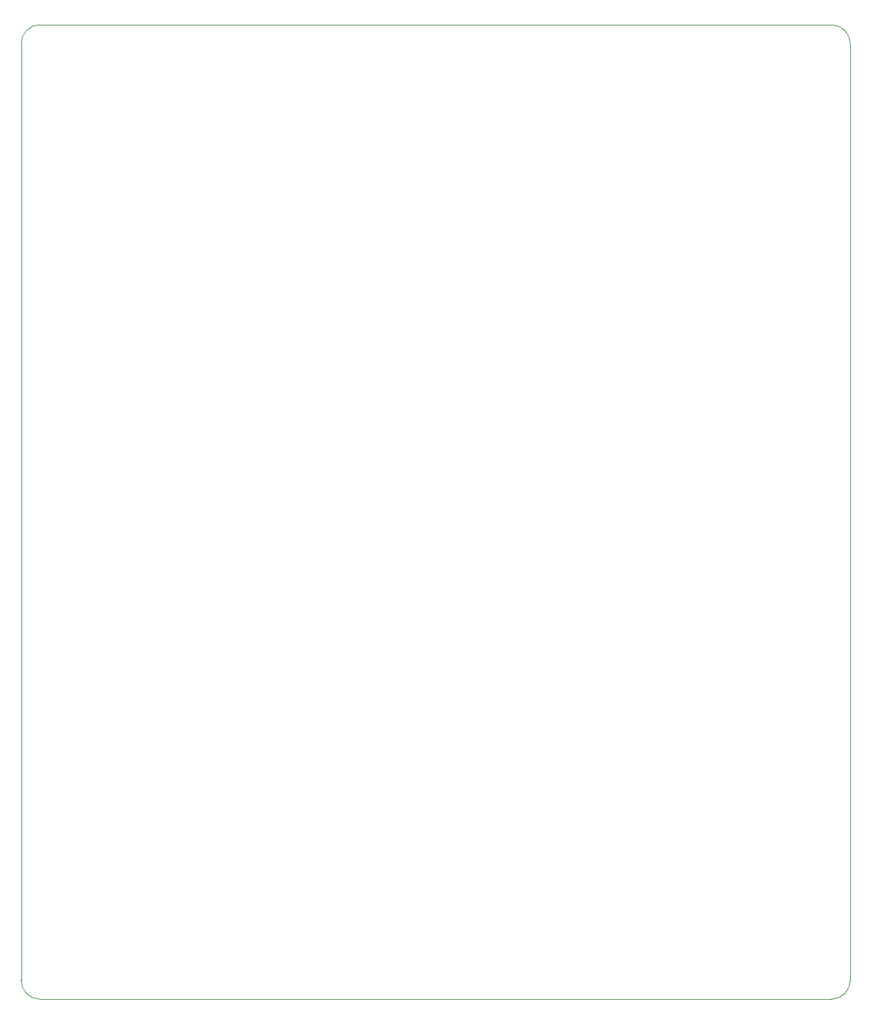
<source format=gm1>
G04 #@! TF.GenerationSoftware,KiCad,Pcbnew,(6.0.8)*
G04 #@! TF.CreationDate,2022-10-30T18:54:34+01:00*
G04 #@! TF.ProjectId,Project-macropad-V2,50726f6a-6563-4742-9d6d-6163726f7061,rev?*
G04 #@! TF.SameCoordinates,Original*
G04 #@! TF.FileFunction,Profile,NP*
%FSLAX46Y46*%
G04 Gerber Fmt 4.6, Leading zero omitted, Abs format (unit mm)*
G04 Created by KiCad (PCBNEW (6.0.8)) date 2022-10-30 18:54:34*
%MOMM*%
%LPD*%
G01*
G04 APERTURE LIST*
G04 #@! TA.AperFunction,Profile*
%ADD10C,0.100000*%
G04 #@! TD*
G04 APERTURE END LIST*
D10*
X211137500Y-142875000D02*
X211137500Y-24606250D01*
X208756250Y-22225000D02*
X108743750Y-22225000D01*
X108743750Y-145256250D02*
X208756250Y-145256250D01*
X106362500Y-24606250D02*
X106362500Y-142875000D01*
X108743750Y-22225000D02*
G75*
G03*
X106362500Y-24606250I0J-2381250D01*
G01*
X106362500Y-142875000D02*
G75*
G03*
X108743750Y-145256250I2381250J0D01*
G01*
X208756250Y-145256250D02*
G75*
G03*
X211137500Y-142875000I0J2381250D01*
G01*
X211137500Y-24606250D02*
G75*
G03*
X208756250Y-22225000I-2381250J0D01*
G01*
M02*

</source>
